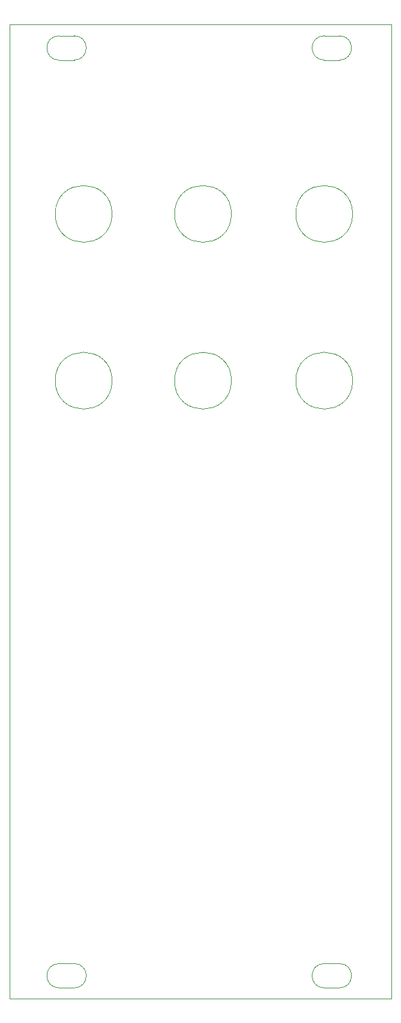
<source format=gbr>
G04 #@! TF.GenerationSoftware,KiCad,Pcbnew,(5.1.5-0)*
G04 #@! TF.CreationDate,2021-01-14T18:28:11-08:00*
G04 #@! TF.ProjectId,duallpg,6475616c-6c70-4672-9e6b-696361645f70,rev?*
G04 #@! TF.SameCoordinates,Original*
G04 #@! TF.FileFunction,Profile,NP*
%FSLAX46Y46*%
G04 Gerber Fmt 4.6, Leading zero omitted, Abs format (unit mm)*
G04 Created by KiCad (PCBNEW (5.1.5-0)) date 2021-01-14 18:28:11*
%MOMM*%
%LPD*%
G04 APERTURE LIST*
%ADD10C,0.050000*%
G04 APERTURE END LIST*
D10*
X143500000Y98500000D02*
G75*
G02X143500000Y95300000I0J-1600000D01*
G01*
X141500000Y95300000D02*
G75*
G02X141500000Y98500000I0J1600000D01*
G01*
X143500000Y95300000D02*
X141500000Y95300000D01*
X143500000Y98500000D02*
X141500000Y98500000D01*
X141500000Y-27100000D02*
G75*
G02X141500000Y-23900000I0J1600000D01*
G01*
X143500000Y-23900000D02*
X141500000Y-23900000D01*
X143500000Y-23900000D02*
G75*
G02X143500000Y-27100000I0J-1600000D01*
G01*
X143500000Y-27100000D02*
X141500000Y-27100000D01*
X108500000Y-23900000D02*
G75*
G02X108500000Y-27100000I0J-1600000D01*
G01*
X106500000Y-27100000D02*
G75*
G02X106500000Y-23900000I0J1600000D01*
G01*
X108500000Y-23900000D02*
X106500000Y-23900000D01*
X108500000Y-27100000D02*
X106500000Y-27100000D01*
X108500000Y95300000D02*
X106500000Y95300000D01*
X108500000Y98500000D02*
X106500000Y98500000D01*
X108500000Y98500000D02*
G75*
G02X108500000Y95300000I0J-1600000D01*
G01*
X106500000Y95300000D02*
G75*
G02X106500000Y98500000I0J1600000D01*
G01*
X113500000Y75000000D02*
G75*
G03X113500000Y75000000I-3750000J0D01*
G01*
X129250000Y75000000D02*
G75*
G03X129250000Y75000000I-3750000J0D01*
G01*
X145250000Y75000000D02*
G75*
G03X145250000Y75000000I-3750000J0D01*
G01*
X145250000Y53000000D02*
G75*
G03X145250000Y53000000I-3750000J0D01*
G01*
X129250000Y53000000D02*
G75*
G03X129250000Y53000000I-3750000J0D01*
G01*
X113500000Y53000000D02*
G75*
G03X113500000Y53000000I-3750000J0D01*
G01*
X100000000Y-28500000D02*
X100000000Y100000000D01*
X150400000Y-28500000D02*
X100000000Y-28500000D01*
X150400000Y100000000D02*
X150400000Y-28500000D01*
X100000000Y100000000D02*
X150400000Y100000000D01*
M02*

</source>
